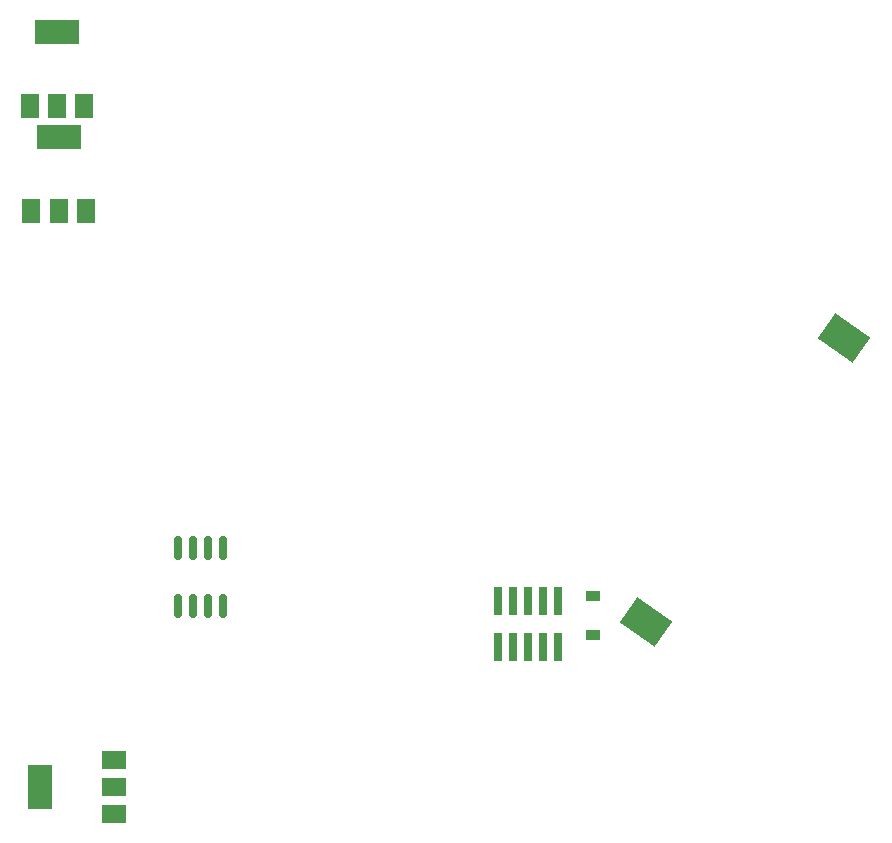
<source format=gbr>
%TF.GenerationSoftware,KiCad,Pcbnew,(6.0.1)*%
%TF.CreationDate,2023-05-16T01:36:19+01:00*%
%TF.ProjectId,polygonus-Shortage-Version,706f6c79-676f-46e7-9573-2d53686f7274,rev?*%
%TF.SameCoordinates,Original*%
%TF.FileFunction,Paste,Bot*%
%TF.FilePolarity,Positive*%
%FSLAX46Y46*%
G04 Gerber Fmt 4.6, Leading zero omitted, Abs format (unit mm)*
G04 Created by KiCad (PCBNEW (6.0.1)) date 2023-05-16 01:36:19*
%MOMM*%
%LPD*%
G01*
G04 APERTURE LIST*
G04 Aperture macros list*
%AMRoundRect*
0 Rectangle with rounded corners*
0 $1 Rounding radius*
0 $2 $3 $4 $5 $6 $7 $8 $9 X,Y pos of 4 corners*
0 Add a 4 corners polygon primitive as box body*
4,1,4,$2,$3,$4,$5,$6,$7,$8,$9,$2,$3,0*
0 Add four circle primitives for the rounded corners*
1,1,$1+$1,$2,$3*
1,1,$1+$1,$4,$5*
1,1,$1+$1,$6,$7*
1,1,$1+$1,$8,$9*
0 Add four rect primitives between the rounded corners*
20,1,$1+$1,$2,$3,$4,$5,0*
20,1,$1+$1,$4,$5,$6,$7,0*
20,1,$1+$1,$6,$7,$8,$9,0*
20,1,$1+$1,$8,$9,$2,$3,0*%
%AMRotRect*
0 Rectangle, with rotation*
0 The origin of the aperture is its center*
0 $1 length*
0 $2 width*
0 $3 Rotation angle, in degrees counterclockwise*
0 Add horizontal line*
21,1,$1,$2,0,0,$3*%
G04 Aperture macros list end*
%ADD10R,0.740000X2.400000*%
%ADD11RotRect,2.600000X3.600000X235.000000*%
%ADD12RoundRect,0.150000X0.150000X-0.825000X0.150000X0.825000X-0.150000X0.825000X-0.150000X-0.825000X0*%
%ADD13R,1.500000X2.000000*%
%ADD14R,3.800000X2.000000*%
%ADD15R,2.000000X1.500000*%
%ADD16R,2.000000X3.800000*%
%ADD17R,1.200000X0.900000*%
G04 APERTURE END LIST*
D10*
%TO.C,J8*%
X106127000Y-115300000D03*
X106127000Y-119200000D03*
X107397000Y-115300000D03*
X107397000Y-119200000D03*
X108667000Y-115300000D03*
X108667000Y-119200000D03*
X109937000Y-115300000D03*
X109937000Y-119200000D03*
X111207000Y-115300000D03*
X111207000Y-119200000D03*
%TD*%
D11*
%TO.C,BT1*%
X118679105Y-117058577D03*
X135484895Y-93057423D03*
%TD*%
D12*
%TO.C,U25*%
X82920056Y-115732195D03*
X81650056Y-115732195D03*
X80380056Y-115732195D03*
X79110056Y-115732195D03*
X79110056Y-110782195D03*
X80380056Y-110782195D03*
X81650056Y-110782195D03*
X82920056Y-110782195D03*
%TD*%
D13*
%TO.C,U32*%
X71253410Y-82301195D03*
X68953410Y-82301195D03*
X66653410Y-82301195D03*
D14*
X68953410Y-76001195D03*
%TD*%
D13*
%TO.C,U31*%
X71146201Y-73389341D03*
X68846201Y-73389341D03*
X66546201Y-73389341D03*
D14*
X68846201Y-67089341D03*
%TD*%
D15*
%TO.C,U38*%
X73653261Y-128722140D03*
X73653261Y-131022140D03*
X73653261Y-133322140D03*
D16*
X67353261Y-131022140D03*
%TD*%
D17*
%TO.C,D6*%
X114184431Y-114876731D03*
X114184431Y-118176731D03*
%TD*%
M02*

</source>
